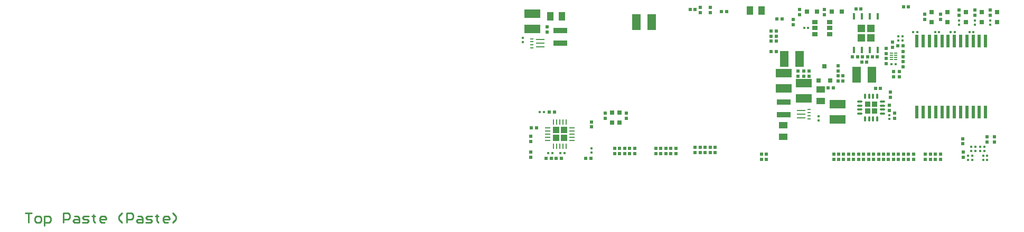
<source format=gbr>
G04 Layer_Color=8421504*
%FSLAX24Y24*%
%MOIN*%
%TF.FileFunction,Paste,Top*%
%TF.Part,Single*%
G01*
G75*
%TA.AperFunction,SMDPad,CuDef*%
%ADD10R,0.0209X0.0069*%
%ADD12O,0.0236X0.0098*%
%ADD13R,0.0236X0.0098*%
%ADD15R,0.0177X0.0413*%
%ADD16R,0.0354X0.0256*%
%ADD17R,0.0295X0.0295*%
%ADD18R,0.0197X0.0205*%
%ADD21R,0.0315X0.0315*%
%ADD22R,0.0217X0.0217*%
%ADD23R,0.0248X0.0799*%
%ADD24O,0.0098X0.0354*%
%ADD25O,0.0354X0.0098*%
%ADD27O,0.0118X0.0335*%
%ADD28O,0.0335X0.0118*%
%ADD31R,0.0531X0.1024*%
%ADD32R,0.0394X0.0571*%
%ADD33R,0.1024X0.0531*%
%ADD34R,0.0138X0.0138*%
%ADD35R,0.0138X0.0138*%
%ADD36R,0.0205X0.0197*%
%ADD37R,0.0906X0.0335*%
%ADD38R,0.0217X0.0217*%
%ADD39R,0.0315X0.0315*%
%ADD40R,0.0571X0.0394*%
%TA.AperFunction,NonConductor*%
%ADD53C,0.0100*%
%ADD81R,0.0512X0.0512*%
%ADD82R,0.0400X0.0400*%
%ADD83R,0.0350X0.0350*%
%TA.AperFunction,SMDPad,SMDef*%
%ADD84R,0.0575X0.0102*%
D10*
X24555Y8130D02*
D03*
Y8268D02*
D03*
Y8406D02*
D03*
Y8543D02*
D03*
X24291Y8130D02*
D03*
Y8268D02*
D03*
Y8406D02*
D03*
Y8543D02*
D03*
D12*
X19094Y4961D02*
D03*
Y4764D02*
D03*
Y4567D02*
D03*
X1575Y9252D02*
D03*
Y9055D02*
D03*
Y8858D02*
D03*
D13*
X19094Y4370D02*
D03*
X1575Y9449D02*
D03*
D15*
X23427Y10874D02*
D03*
X22927D02*
D03*
X22427D02*
D03*
X21927D02*
D03*
X23427Y8732D02*
D03*
X22927D02*
D03*
X22427D02*
D03*
X21927D02*
D03*
D16*
X20394Y9744D02*
D03*
Y10118D02*
D03*
Y10492D02*
D03*
X19449D02*
D03*
Y10118D02*
D03*
Y9744D02*
D03*
D17*
X20039Y7695D02*
D03*
X20413Y6793D02*
D03*
X19665D02*
D03*
D18*
X17014Y8622D02*
D03*
X16687D02*
D03*
X11563Y11299D02*
D03*
X11890D02*
D03*
X22354Y11346D02*
D03*
X22028D02*
D03*
X23392Y8307D02*
D03*
X23065D02*
D03*
X22435D02*
D03*
X22762D02*
D03*
X13864Y11181D02*
D03*
X13537D02*
D03*
X16687Y9921D02*
D03*
X17014D02*
D03*
X16687Y9606D02*
D03*
X17014D02*
D03*
Y9291D02*
D03*
X16687D02*
D03*
X23262Y6299D02*
D03*
X23589D02*
D03*
X2998Y4803D02*
D03*
X2671D02*
D03*
X22132Y8307D02*
D03*
X21805D02*
D03*
X17041Y10709D02*
D03*
X17368D02*
D03*
X20596Y6339D02*
D03*
X20270D02*
D03*
X24679Y9016D02*
D03*
X25006D02*
D03*
X2474Y1850D02*
D03*
X2801D02*
D03*
X3431D02*
D03*
X3104D02*
D03*
X1863Y3800D02*
D03*
X1537D02*
D03*
X22722Y7953D02*
D03*
X22396D02*
D03*
X25360Y11457D02*
D03*
X25033D02*
D03*
D21*
X27795Y11142D02*
D03*
Y10512D02*
D03*
X6654Y4134D02*
D03*
Y4764D02*
D03*
X7126D02*
D03*
Y4134D02*
D03*
X29961Y11142D02*
D03*
Y10512D02*
D03*
X28976D02*
D03*
Y11142D02*
D03*
X30945D02*
D03*
Y10512D02*
D03*
X26811D02*
D03*
Y11142D02*
D03*
D22*
X12205Y11437D02*
D03*
Y11083D02*
D03*
D23*
X25886Y4797D02*
D03*
X26280D02*
D03*
X26673D02*
D03*
X27067D02*
D03*
X27461D02*
D03*
X27854D02*
D03*
X28248D02*
D03*
X28642D02*
D03*
X29035D02*
D03*
X29429D02*
D03*
X29823D02*
D03*
X30217D02*
D03*
X25886Y9297D02*
D03*
X26280D02*
D03*
X26673D02*
D03*
X27067D02*
D03*
X27461D02*
D03*
X27854D02*
D03*
X28248D02*
D03*
X28642D02*
D03*
X29035D02*
D03*
X29429D02*
D03*
X29823D02*
D03*
X30217D02*
D03*
D24*
X2956Y2632D02*
D03*
X3153D02*
D03*
X3350D02*
D03*
X3547D02*
D03*
X3744D02*
D03*
Y4168D02*
D03*
X3547D02*
D03*
X3350D02*
D03*
X3153D02*
D03*
X2956D02*
D03*
D25*
X4118Y3006D02*
D03*
Y3203D02*
D03*
Y3400D02*
D03*
Y3597D02*
D03*
Y3794D02*
D03*
X2582D02*
D03*
Y3597D02*
D03*
Y3400D02*
D03*
Y3203D02*
D03*
Y3006D02*
D03*
D27*
X22608Y4360D02*
D03*
X22864D02*
D03*
X23120D02*
D03*
X23376D02*
D03*
Y5797D02*
D03*
X23120D02*
D03*
X22864D02*
D03*
X22608D02*
D03*
D28*
X23711Y4695D02*
D03*
Y4951D02*
D03*
Y5207D02*
D03*
Y5463D02*
D03*
X22274D02*
D03*
Y5207D02*
D03*
Y4951D02*
D03*
Y4695D02*
D03*
D31*
X22077Y7165D02*
D03*
X23041D02*
D03*
X9144Y10512D02*
D03*
X8179D02*
D03*
X17510Y8150D02*
D03*
X18474D02*
D03*
D32*
X3484Y10866D02*
D03*
X2736D02*
D03*
X16083Y11220D02*
D03*
X15335D02*
D03*
D33*
X1614Y11033D02*
D03*
Y10069D02*
D03*
X20866Y4321D02*
D03*
Y5285D02*
D03*
X17480Y6289D02*
D03*
Y7254D02*
D03*
X18740Y6624D02*
D03*
Y5659D02*
D03*
D34*
X28543Y10600D02*
D03*
Y10344D02*
D03*
X1024Y9242D02*
D03*
Y9498D02*
D03*
X19685Y4281D02*
D03*
Y4537D02*
D03*
X24134Y4616D02*
D03*
Y4360D02*
D03*
X30512Y10344D02*
D03*
Y10600D02*
D03*
X29528D02*
D03*
Y10344D02*
D03*
X5354Y2234D02*
D03*
Y2490D02*
D03*
D35*
X24970Y9606D02*
D03*
X24715D02*
D03*
X30325Y2047D02*
D03*
X30069D02*
D03*
X30128Y2323D02*
D03*
X29872D02*
D03*
X29321D02*
D03*
X29577D02*
D03*
X29124Y2047D02*
D03*
X29380D02*
D03*
X30325Y1772D02*
D03*
X30069D02*
D03*
X30128Y2598D02*
D03*
X29872D02*
D03*
X29321D02*
D03*
X29577D02*
D03*
X29124Y1772D02*
D03*
X29380D02*
D03*
X18770Y10118D02*
D03*
X19026D02*
D03*
X24970Y9331D02*
D03*
X24715D02*
D03*
X24281Y7835D02*
D03*
X24537D02*
D03*
X25659Y9882D02*
D03*
X25915D02*
D03*
X27037Y9882D02*
D03*
X27293D02*
D03*
X28022Y9882D02*
D03*
X28278D02*
D03*
X29459D02*
D03*
X29203D02*
D03*
X2077Y4803D02*
D03*
X2333D02*
D03*
X2878Y2200D02*
D03*
X2622D02*
D03*
X3372Y2200D02*
D03*
X3628D02*
D03*
D36*
X18071Y10348D02*
D03*
Y10675D02*
D03*
X25000Y8628D02*
D03*
Y8301D02*
D03*
X23937Y8195D02*
D03*
Y7868D02*
D03*
Y8825D02*
D03*
Y8498D02*
D03*
X20039Y10978D02*
D03*
Y11305D02*
D03*
X18465D02*
D03*
Y10978D02*
D03*
X30787Y2907D02*
D03*
Y3234D02*
D03*
X30315D02*
D03*
Y2907D02*
D03*
X25354Y2132D02*
D03*
Y1805D02*
D03*
X25039Y2132D02*
D03*
Y1805D02*
D03*
X24724Y2132D02*
D03*
Y1805D02*
D03*
X24409Y2132D02*
D03*
Y1805D02*
D03*
X24094Y2132D02*
D03*
Y1805D02*
D03*
X23780Y2132D02*
D03*
Y1805D02*
D03*
X23465Y2132D02*
D03*
Y1805D02*
D03*
X23150Y2132D02*
D03*
Y1805D02*
D03*
X22835Y2132D02*
D03*
Y1805D02*
D03*
X22520Y2132D02*
D03*
Y1805D02*
D03*
X22205Y2132D02*
D03*
Y1805D02*
D03*
X21890Y2132D02*
D03*
Y1805D02*
D03*
X21575Y2132D02*
D03*
Y1805D02*
D03*
X21260Y2132D02*
D03*
Y1805D02*
D03*
X20945Y2132D02*
D03*
Y1805D02*
D03*
X20630Y2132D02*
D03*
Y1805D02*
D03*
X27362D02*
D03*
Y2132D02*
D03*
X27047D02*
D03*
Y1805D02*
D03*
X26732D02*
D03*
Y2132D02*
D03*
X26417Y1805D02*
D03*
Y2132D02*
D03*
X25669D02*
D03*
Y1805D02*
D03*
X16378Y2132D02*
D03*
Y1805D02*
D03*
X16063D02*
D03*
Y2132D02*
D03*
X10354Y2159D02*
D03*
Y2486D02*
D03*
X10039D02*
D03*
Y2159D02*
D03*
X9724D02*
D03*
Y2486D02*
D03*
X9409D02*
D03*
Y2159D02*
D03*
X8071D02*
D03*
Y2486D02*
D03*
X7756D02*
D03*
Y2159D02*
D03*
X7441D02*
D03*
Y2486D02*
D03*
X7126D02*
D03*
Y2159D02*
D03*
X6811D02*
D03*
Y2486D02*
D03*
X6220Y4730D02*
D03*
Y4404D02*
D03*
X7559D02*
D03*
Y4730D02*
D03*
X20906Y7722D02*
D03*
Y7396D02*
D03*
X24213Y6069D02*
D03*
Y5742D02*
D03*
X20906Y7093D02*
D03*
Y6766D02*
D03*
X29528Y11266D02*
D03*
Y10939D02*
D03*
X28543D02*
D03*
Y11266D02*
D03*
X30512D02*
D03*
Y10939D02*
D03*
X25000Y7671D02*
D03*
Y7998D02*
D03*
X5354Y3852D02*
D03*
Y4179D02*
D03*
X1500Y2937D02*
D03*
Y3263D02*
D03*
X1496Y2250D02*
D03*
Y1923D02*
D03*
X28780Y3116D02*
D03*
Y2789D02*
D03*
X24331Y9219D02*
D03*
Y8892D02*
D03*
X2559Y9876D02*
D03*
Y10203D02*
D03*
X24134Y4915D02*
D03*
Y5242D02*
D03*
X21220Y6766D02*
D03*
Y7093D02*
D03*
X19094Y7081D02*
D03*
Y7407D02*
D03*
X24488Y4730D02*
D03*
Y4404D02*
D03*
X12835Y11423D02*
D03*
Y11096D02*
D03*
X18386Y7407D02*
D03*
Y7081D02*
D03*
X18740D02*
D03*
Y7407D02*
D03*
X26378Y10663D02*
D03*
Y10990D02*
D03*
X27362D02*
D03*
Y10663D02*
D03*
X13150Y2571D02*
D03*
Y2244D02*
D03*
X12835D02*
D03*
Y2571D02*
D03*
X12520D02*
D03*
Y2244D02*
D03*
X12205D02*
D03*
Y2571D02*
D03*
X11890D02*
D03*
Y2244D02*
D03*
X10669Y2159D02*
D03*
Y2486D02*
D03*
X28819Y1923D02*
D03*
Y2250D02*
D03*
X24764Y7041D02*
D03*
Y7368D02*
D03*
X24409Y7041D02*
D03*
Y7368D02*
D03*
D37*
X3386Y9173D02*
D03*
Y9961D02*
D03*
X17480Y5433D02*
D03*
Y4646D02*
D03*
D38*
X5315Y1850D02*
D03*
X4961D02*
D03*
D39*
X21142Y11181D02*
D03*
X20512D02*
D03*
X18937D02*
D03*
X19567D02*
D03*
D40*
X17441Y3976D02*
D03*
Y3228D02*
D03*
X19803Y6240D02*
D03*
Y5492D02*
D03*
D53*
X-30400Y-1600D02*
X-30000D01*
X-30200D01*
Y-2200D01*
X-29700D02*
X-29500D01*
X-29400Y-2100D01*
Y-1900D01*
X-29500Y-1800D01*
X-29700D01*
X-29800Y-1900D01*
Y-2100D01*
X-29700Y-2200D01*
X-29200Y-2400D02*
Y-1800D01*
X-28900D01*
X-28801Y-1900D01*
Y-2100D01*
X-28900Y-2200D01*
X-29200D01*
X-28001D02*
Y-1600D01*
X-27701D01*
X-27601Y-1700D01*
Y-1900D01*
X-27701Y-2000D01*
X-28001D01*
X-27301Y-1800D02*
X-27101D01*
X-27001Y-1900D01*
Y-2200D01*
X-27301D01*
X-27401Y-2100D01*
X-27301Y-2000D01*
X-27001D01*
X-26801Y-2200D02*
X-26501D01*
X-26401Y-2100D01*
X-26501Y-2000D01*
X-26701D01*
X-26801Y-1900D01*
X-26701Y-1800D01*
X-26401D01*
X-26101Y-1700D02*
Y-1800D01*
X-26201D01*
X-26001D01*
X-26101D01*
Y-2100D01*
X-26001Y-2200D01*
X-25402D02*
X-25602D01*
X-25702Y-2100D01*
Y-1900D01*
X-25602Y-1800D01*
X-25402D01*
X-25302Y-1900D01*
Y-2000D01*
X-25702D01*
X-24302Y-2200D02*
X-24502Y-2000D01*
Y-1800D01*
X-24302Y-1600D01*
X-24002Y-2200D02*
Y-1600D01*
X-23702D01*
X-23602Y-1700D01*
Y-1900D01*
X-23702Y-2000D01*
X-24002D01*
X-23302Y-1800D02*
X-23102D01*
X-23002Y-1900D01*
Y-2200D01*
X-23302D01*
X-23402Y-2100D01*
X-23302Y-2000D01*
X-23002D01*
X-22802Y-2200D02*
X-22503D01*
X-22403Y-2100D01*
X-22503Y-2000D01*
X-22702D01*
X-22802Y-1900D01*
X-22702Y-1800D01*
X-22403D01*
X-22103Y-1700D02*
Y-1800D01*
X-22203D01*
X-22003D01*
X-22103D01*
Y-2100D01*
X-22003Y-2200D01*
X-21403D02*
X-21603D01*
X-21703Y-2100D01*
Y-1900D01*
X-21603Y-1800D01*
X-21403D01*
X-21303Y-1900D01*
Y-2000D01*
X-21703D01*
X-21103Y-2200D02*
X-20903Y-2000D01*
Y-1800D01*
X-21103Y-1600D01*
D81*
X22972Y10098D02*
D03*
X22382Y10098D02*
D03*
X22972Y9508D02*
D03*
X22382Y9508D02*
D03*
D82*
X3600Y3650D02*
D03*
X3600Y3150D02*
D03*
X3100Y3650D02*
D03*
X3100Y3150D02*
D03*
D83*
X23217Y4854D02*
D03*
X23217Y5304D02*
D03*
X22767Y5304D02*
D03*
X22767Y4854D02*
D03*
D84*
X18563Y4429D02*
D03*
Y4665D02*
D03*
Y4902D02*
D03*
X2106Y8917D02*
D03*
Y9154D02*
D03*
Y9390D02*
D03*
%TF.MD5,b0dd780ed0e1c634922fd0252360883b*%
M02*

</source>
